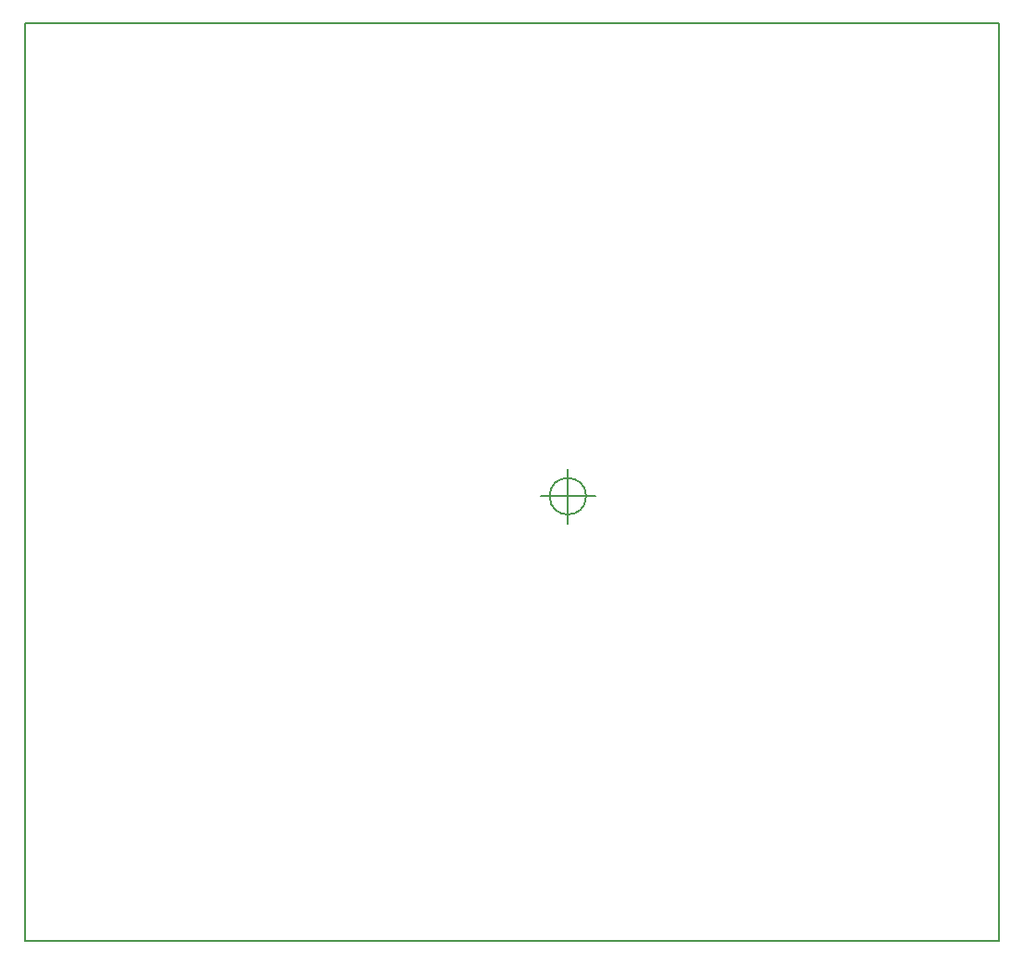
<source format=gbr>
%TF.GenerationSoftware,KiCad,Pcbnew,4.0.2+dfsg1-stable*%
%TF.CreationDate,2018-06-05T19:34:28+02:00*%
%TF.ProjectId,imp_meter,696D705F6D657465722E6B696361645F,rev?*%
%TF.FileFunction,Profile,NP*%
%FSLAX46Y46*%
G04 Gerber Fmt 4.6, Leading zero omitted, Abs format (unit mm)*
G04 Created by KiCad (PCBNEW 4.0.2+dfsg1-stable) date wto, 5 cze 2018, 19:34:28*
%MOMM*%
G01*
G04 APERTURE LIST*
%ADD10C,0.100000*%
%ADD11C,0.150000*%
G04 APERTURE END LIST*
D10*
D11*
X167640000Y-46990000D02*
X78740000Y-46990000D01*
X167640000Y-130810000D02*
X167640000Y-46990000D01*
X78740000Y-130810000D02*
X167640000Y-130810000D01*
X78740000Y-46990000D02*
X78740000Y-130810000D01*
X129936666Y-90170000D02*
G75*
G03X129936666Y-90170000I-1666666J0D01*
G01*
X125770000Y-90170000D02*
X130770000Y-90170000D01*
X128270000Y-87670000D02*
X128270000Y-92670000D01*
M02*

</source>
